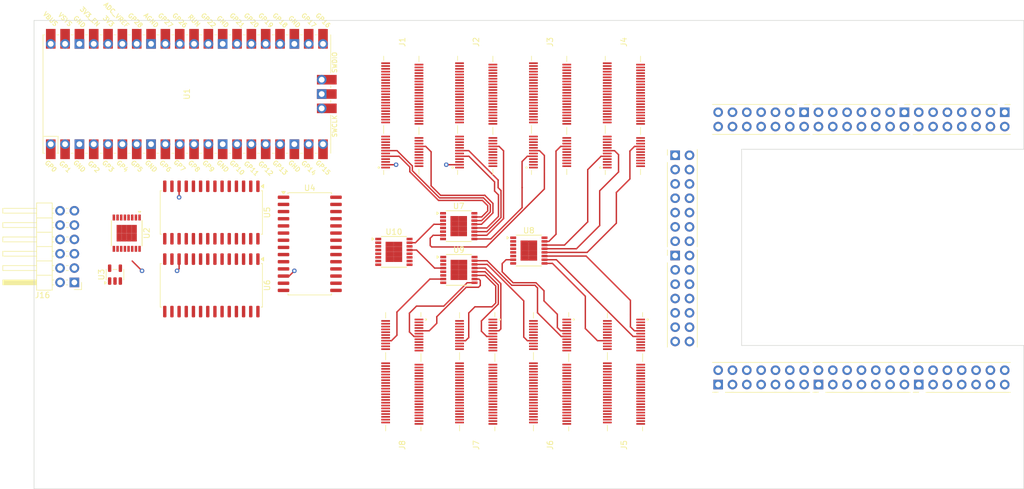
<source format=kicad_pcb>
(kicad_pcb (version 20241229) (generator "pcbnew") (generator_version "9.0")
  (layers (0 "F.Cu" signal) (4 "In1.Cu" signal) (6 "In2.Cu" signal) (8 "In3.Cu" signal) (10 "In4.Cu" signal) (2 "B.Cu" signal) (13 "F.Paste" user) (15 "B.Paste" user) (5 "F.SilkS" user "F.Silkscreen") (7 "B.SilkS" user "B.Silkscreen") (1 "F.Mask" user) (3 "B.Mask" user) (25 "Edge.Cuts" user))
  (net 0 "")
  (net 1 "CS_3V3")
  (net 2 "+3V3")
  (net 3 "SCK_3V3")
  (net 4 "MOSI_3V3")
  (net 5 "MISO_3V3")
  (net 6 "GND")
  (net 7 "RESET")
  (net 8 "MISO")
  (net 9 "MOSI")
  (net 10 "SCLK")
  (net 11 "+5V")
  (net 12 "CS")
  (net 13 "CS0")
  (net 14 "CS1")
  (net 15 "CS2")
  (net 16 "D_EN0")
  (net 17 "DEN")
  (net 18 "CS_32")
  (net 19 "CS_31")
  (net 20 "CS_23")
  (net 21 "CS_22")
  (net 22 "CS_21")
  (net 23 "CS_13")
  (net 24 "CS_12")
  (net 25 "CS_11")
  (net 26 "D_EN1")
  (net 27 "CS_61")
  (net 28 "CS_53")
  (net 29 "CS_52")
  (net 30 "CS_51")
  (net 31 "CS_43")
  (net 32 "CS_42")
  (net 33 "CS_41")
  (net 34 "CS_33")
  (net 35 "D_EN3")
  (net 36 "CS_83")
  (net 37 "CS_82")
  (net 38 "CS_81")
  (net 39 "CS_73")
  (net 40 "CS_72")
  (net 41 "CS_71")
  (net 42 "CS_63")
  (net 43 "CS_62")
  (net 44 "CLRDAC")
  (net 45 "LDAC")
  (net 46 "I_11")
  (net 47 "+12V")
  (net 48 "CS3")
  (net 49 "CS4")
  (net 50 "FAULT_3V3")
  (net 51 "D_EN2")
  (net 52 "/microcyte_connector1/V4")
  (net 53 "+10V")
  (net 54 "Vb_1")
  (net 55 "I_18")
  (net 56 "/microcyte_connector1/I10")
  (net 57 "I_17")
  (net 58 "Ih_1")
  (net 59 "I_16")
  (net 60 "VPDp_1")
  (net 61 "-10V")
  (net 62 "I_13")
  (net 63 "I_15")
  (net 64 "I_12")
  (net 65 "I_14")
  (net 66 "VPDn_1")
  (net 67 "VPDn_2")
  (net 68 "I_28")
  (net 69 "I_22")
  (net 70 "/microcyte_connector2/I10")
  (net 71 "I_26")
  (net 72 "Vb_2")
  (net 73 "I_27")
  (net 74 "/microcyte_connector2/V4")
  (net 75 "I_21")
  (net 76 "Ih_2")
  (net 77 "VPDp_2")
  (net 78 "I_23")
  (net 79 "I_24")
  (net 80 "I_25")
  (net 81 "/microcyte_connector3/I10")
  (net 82 "/microcyte_connector3/V4")
  (net 83 "/microcyte_connector4/V4")
  (net 84 "/microcyte_connector4/I10")
  (net 85 "/microcyte_connector5/V4")
  (net 86 "/microcyte_connector5/I10")
  (net 87 "FAULT_51")
  (net 88 "FAULT_52")
  (net 89 "FAULT_61")
  (net 90 "FAULT_62")
  (net 91 "FAULT_71")
  (net 92 "FAULT_72")
  (net 93 "FAULT_81")
  (net 94 "FAULT_82")
  (net 95 "/microcyte_connector6/V4")
  (net 96 "/microcyte_connector6/I10")
  (net 97 "FAULT_11")
  (net 98 "FAULT_12")
  (net 99 "FAULT_21")
  (net 100 "FAULT_22")
  (net 101 "FAULT_31")
  (net 102 "FAULT_32")
  (net 103 "FAULT_41")
  (net 104 "FAULT_42")
  (net 105 "/microcyte_connector7/I10")
  (net 106 "/microcyte_connector7/V4")
  (net 107 "/microcyte_connector8/I10")
  (net 108 "/microcyte_connector8/V4")
  (net 109 "TEMP1")
  (net 110 "TEMP2")
  (net 111 "TEMP3")
  (net 112 "TEMP4")
  (net 113 "TEMP5")
  (net 114 "TEMP6")
  (net 115 "TEMP7")
  (net 116 "TEMP8")
  (net 117 "RESET_3V3")
  (net 118 "OE_3V3")
  (net 136 "VPDn_3")
  (net 137 "I_32")
  (net 138 "I_36")
  (net 139 "I_33")
  (net 140 "I_37")
  (net 141 "VPDp_3")
  (net 142 "I_34")
  (net 143 "Ih_3")
  (net 144 "I_31")
  (net 145 "Vb_3")
  (net 146 "I_35")
  (net 147 "I_38")
  (net 148 "VPDn_4")
  (net 149 "I_48")
  (net 150 "Vb_4")
  (net 151 "I_42")
  (net 152 "I_44")
  (net 153 "Ih_4")
  (net 154 "I_47")
  (net 155 "I_45")
  (net 156 "VPDp_4")
  (net 157 "I_46")
  (net 158 "I_43")
  (net 159 "I_41")
  (net 160 "I_58")
  (net 161 "I_51")
  (net 162 "I_54")
  (net 163 "VPDp_5")
  (net 164 "I_52")
  (net 165 "I_55")
  (net 166 "I_53")
  (net 167 "Vb_5")
  (net 168 "I_57")
  (net 169 "I_56")
  (net 170 "Ih_5")
  (net 171 "VPDn_5")
  (net 172 "I_62")
  (net 173 "I_61")
  (net 174 "I_67")
  (net 175 "I_63")
  (net 176 "I_68")
  (net 177 "Ih_6")
  (net 178 "I_64")
  (net 179 "I_65")
  (net 180 "Vb_6")
  (net 181 "VPDp_6")
  (net 182 "I_66")
  (net 183 "VPDn_6")
  (net 184 "I_77")
  (net 185 "I_75")
  (net 186 "I_74")
  (net 187 "VPDp_7")
  (net 188 "I_71")
  (net 189 "I_73")
  (net 190 "Ih_7")
  (net 191 "VPDn_7")
  (net 192 "Vb_7")
  (net 193 "I_76")
  (net 194 "I_72")
  (net 195 "I_78")
  (net 196 "I_83")
  (net 197 "I_87")
  (net 198 "I_88")
  (net 199 "I_82")
  (net 200 "I_81")
  (net 201 "I_84")
  (net 202 "I_85")
  (net 203 "Ih_8")
  (net 204 "VPDp_8")
  (net 205 "Vb_8")
  (net 206 "VPDn_8")
  (net 207 "I_86")
  (net 216 "Net-(U1-VBUS)")
  (net 221 "FAULT")
  (net 222 "TEMP_FAULT")
  (net 223 "DAC_FAULT")
  (net 226 "Net-(U4-GPB7)")
  (footprint "MDT350M01001VT:ADAMTECH_M2-J-67-V-SMT-5.30-KE-KT" (layer "F.Cu") (at 146.134999 101.26 -90)
    (property "Reference" "J5")
    (property "Value" "M2-J-67-V-SMT-5.30-KE-KT")
  )
  (footprint "Package_SO:TSSOP-16-1EP_4.4x5mm_P0.65mm" (layer "F.Cu") (at 57.987501 76.705 -90)
    (property "Reference" "U2")
    (property "Value" "TXB0106RGYR")
  )
  (footprint "MDT350M01001VT:ADAMTECH_M2-J-67-V-SMT-5.30-KE-KT" (layer "F.Cu") (at 133.035 55.825001 90)
    (property "Reference" "J3")
    (property "Value" "M2-J-67-V-SMT-5.30-KE-KT")
  )
  (footprint "Package_SO:SOIC-28W_7.5x17.9mm_P1.27mm" (layer "F.Cu") (at 90.43 78.5925)
    (property "Reference" "U4")
    (property "Value" "MCP23S17_SO")
  )
  (footprint "MCU_RaspberryPi_and_Boards:RPi_Pico_SMD_TH" (layer "F.Cu") (at 68.65 52.04 90)
    (property "Reference" "U1")
    (property "Value" "Pico")
  )
  (footprint "MDT350M01001VT:ADAMTECH_M2-J-67-V-SMT-5.30-KE-KT" (layer "F.Cu") (at 106.835001 101.26 -90)
    (property "Reference" "J8")
    (property "Value" "M2-J-67-V-SMT-5.30-KE-KT")
  )
  (footprint "Package_SO:TSSOP-16-1EP_4.4x5mm_P0.65mm" (layer "F.Cu") (at 116.835 75.455)
    (property "Reference" "U7")
    (property "Value" "SN74LVC138ARGYR")
  )
  (footprint "MDT350M01001VT:ADAMTECH_M2-J-67-V-SMT-5.30-KE-KT" (layer "F.Cu") (at 106.835 55.825001 90)
    (property "Reference" "J1")
    (property "Value" "M2-J-67-V-SMT-5.30-KE-KT")
  )
  (footprint "greymatter:8x8_carrier_connector" (layer "F.Cu") (at 188.261404 79.398552 90)
    (property "Reference" "REF**" (hide yes))
    (property "Value" "8x8_carrier_connector")
  )
  (footprint "Package_SO:SOIC-28W_7.5x17.9mm_P1.27mm" (layer "F.Cu") (at 72.985001 73.04 -90)
    (property "Reference" "U5")
    (property "Value" "MCP23S17_SO")
  )
  (footprint "Connector_PinHeader_2.54mm:PinHeader_2x06_P2.54mm_Horizontal" (layer "F.Cu") (at 48.71 85.43 180)
    (property "Reference" "J16")
    (property "Value" "Conn_01x01_Socket")
  )
  (footprint "MDT350M01001VT:ADAMTECH_M2-J-67-V-SMT-5.30-KE-KT" (layer "F.Cu") (at 146.115 55.83 90)
    (property "Reference" "J4")
    (property "Value" "M2-J-67-V-SMT-5.30-KE-KT")
  )
  (footprint "Package_SO:SOIC-28W_7.5x17.9mm_P1.27mm" (layer "F.Cu") (at 72.985 85.95 -90)
    (property "Reference" "U6")
    (property "Value" "MCP23S17_SO")
  )
  (footprint "Package_SO:TSSOP-16-1EP_4.4x5mm_P0.65mm" (layer "F.Cu") (at 105.345 80.017501)
    (property "Reference" "U10")
    (property "Value" "SN74LVC138ARGYR")
  )
  (footprint "MDT350M01001VT:ADAMTECH_M2-J-67-V-SMT-5.30-KE-KT" (layer "F.Cu") (at 133.035 101.26 -90)
    (property "Reference" "J6")
    (property "Value" "M2-J-67-V-SMT-5.30-KE-KT")
  )
  (footprint "Package_SO:TSSOP-16-1EP_4.4x5mm_P0.65mm" (layer "F.Cu") (at 129.265 79.787501)
    (property "Reference" "U8")
    (property "Value" "SN74LVC138ARGYR")
  )
  (footprint "Package_SO:TSSOP-16-1EP_4.4x5mm_P0.65mm" (layer "F.Cu") (at 116.865 83.215)
    (property "Reference" "U9")
    (property "Value" "SN74LVC138ARGYR")
  )
  (footprint "Package_TO_SOT_SMD:SOT-23-5" (layer "F.Cu") (at 55.910001 84.0525 90)
    (property "Reference" "U3")
    (property "Value" "74LVC1G32")
  )
  (footprint "MDT350M01001VT:ADAMTECH_M2-J-67-V-SMT-5.30-KE-KT" (layer "F.Cu") (at 119.935 55.825001 90)
    (property "Reference" "J2")
    (property "Value" "M2-J-67-V-SMT-5.30-KE-KT")
  )
  (footprint "MDT350M01001VT:ADAMTECH_M2-J-67-V-SMT-5.30-KE-KT" (layer "F.Cu") (at 119.935 101.26 -90)
    (property "Reference" "J7")
    (property "Value" "M2-J-67-V-SMT-5.30-KE-KT")
  )
  (gr_line (start 217 39) (end 41.56 39) (stroke (width 0.1)) (layer "Edge.Cuts"))
  (gr_line (start 217 96.61) (end 166.98 96.61) (stroke (width 0.1)) (layer "Edge.Cuts"))
  (gr_line (start 166.98 61.83) (end 217 61.83) (stroke (width 0.1)) (layer "Edge.Cuts"))
  (gr_line (start 41.56 122.03) (end 217 122.03) (stroke (width 0.1)) (layer "Edge.Cuts"))
  (gr_line (start 217 122.03) (end 217 96.61) (stroke (width 0.1)) (layer "Edge.Cuts"))
  (gr_line (start 217 61.83) (end 217 39) (stroke (width 0.1)) (layer "Edge.Cuts"))
  (gr_line (start 41.56 39) (end 41.56 122.03) (stroke (width 0.1)) (layer "Edge.Cuts"))
  (gr_line (start 166.98 96.61) (end 166.98 61.83) (stroke (width 0.1)) (layer "Edge.Cuts"))
  (segment (start 86.7725 84.3075) (end 85.78 84.3075) (width 0.25) (layer "F.Cu") (net 10))
  (segment (start 105.73 64.57) (end 103.885001 64.57) (width 0.254) (layer "F.Cu") (net 10))
  (segment (start 67.27 81.3) (end 67.27 83.02) (width 0.25) (layer "F.Cu") (net 10))
  (segment (start 114.63 64.57) (end 116.974999 64.57) (width 0.254) (layer "F.Cu") (net 10))
  (segment (start 87.7 83.38) (end 86.7725 84.3075) (width 0.25) (layer "F.Cu") (net 10))
  (segment (start 58.962501 81.642501) (end 60.7 83.38) (width 0.25) (layer "F.Cu") (net 10))
  (segment (start 67.27 83.02) (end 66.91 83.38) (width 0.25) (layer "F.Cu") (net 10))
  (segment (start 116.974999 64.57) (end 116.98 64.575001) (width 0.254) (layer "F.Cu") (net 10))
  (segment (start 67.27 70.35) (end 67.270001 68.39) (width 0.25) (layer "F.Cu") (net 10))
  (segment (start 103.885001 64.57) (end 103.88 64.575001) (width 0.254) (layer "F.Cu") (net 10))
  (via (at 67.27 70.35) (size 0.8) (drill 0.4) (layers "F.Cu" "B.Cu") (net 10))
  (via (at 66.91 83.38) (size 0.8) (drill 0.4) (layers "F.Cu" "B.Cu") (net 10))
  (via (at 114.63 64.57) (size 0.8) (drill 0.4) (layers "F.Cu" "B.Cu") (net 10))
  (via (at 87.7 83.38) (size 0.8) (drill 0.4) (layers "F.Cu" "B.Cu") (net 10))
  (via (at 60.7 83.38) (size 0.8) (drill 0.4) (layers "F.Cu" "B.Cu") (net 10))
  (via (at 105.73 64.57) (size 0.8) (drill 0.4) (layers "F.Cu" "B.Cu") (net 10))
  (segment (start 112.43 75.13) (end 114.06 75.13) (width 0.25) (layer "F.Cu") (net 16))
  (segment (start 108.12 78.392501) (end 109.167499 78.392501) (width 0.25) (layer "F.Cu") (net 16))
  (segment (start 109.167499 78.392501) (end 112.43 75.13) (width 0.25) (layer "F.Cu") (net 16))
  (segment (start 112.04 79.15) (end 121.73781 79.15) (width 0.25) (layer "F.Cu") (net 18))
  (segment (start 131.157 62.075001) (end 130.08 62.075001) (width 0.25) (layer "F.Cu") (net 18))
  (segment (start 121.73781 79.15) (end 132.02 68.86781) (width 0.25) (layer "F.Cu") (net 18))
  (segment (start 132.02 62.938001) (end 131.157 62.075001) (width 0.25) (layer "F.Cu") (net 18))
  (segment (start 111.78 77.6) (end 111.78 78.89) (width 0.25) (layer "F.Cu") (net 18))
  (segment (start 112.3 77.08) (end 111.78 77.6) (width 0.25) (layer "F.Cu") (net 18))
  (segment (start 114.06 77.08) (end 112.3 77.08) (width 0.25) (layer "F.Cu") (net 18))
  (segment (start 111.78 78.89) (end 112.04 79.15) (width 0.25) (layer "F.Cu") (net 18))
  (segment (start 132.02 68.86781) (end 132.02 62.938001) (width 0.25) (layer "F.Cu") (net 18))
  (segment (start 128.065 68.625) (end 128.08 68.61) (width 0.25) (layer "F.Cu") (net 19))
  (segment (start 128.065 72.185) (end 128.065 68.625) (width 0.25) (layer "F.Cu") (net 19))
  (segment (start 122.52 77.73) (end 128.065 72.185) (width 0.25) (layer "F.Cu") (net 19))
  (segment (start 128.994999 63.075001) (end 130.08 63.075001) (width 0.25) (layer "F.Cu") (net 19))
  (segment (start 119.61 77.73) (end 122.52 77.73) (width 0.25) (layer "F.Cu") (net 19))
  (segment (start 128.065 68.625) (end 128.065 64.005) (width 0.25) (layer "F.Cu") (net 19))
  (segment (start 128.065 64.005) (end 128.994999 63.075001) (width 0.25) (layer "F.Cu") (net 19))
  (segment (start 124.781 62.111) (end 123.995001 61.325001) (width 0.25) (layer "F.Cu") (net 20))
  (segment (start 124.781 74.11462) (end 124.781 62.111) (width 0.25) (layer "F.Cu") (net 20))
  (segment (start 119.61 77.08) (end 121.81562 77.08) (width 0.25) (layer "F.Cu") (net 20))
  (segment (start 121.81562 77.08) (end 124.781 74.11462) (width 0.25) (layer "F.Cu") (net 20))
  (segment (start 123.995001 61.325001) (end 122.89 61.325001) (width 0.25) (layer "F.Cu") (net 20))
  (segment (start 124.33 73.92781) (end 121.82781 76.43) (width 0.25) (layer "F.Cu") (net 21))
  (segment (start 124.33 69.15) (end 124.33 73.92781) (width 0.25) (layer "F.Cu") (net 21))
  (segment (start 121.82781 76.43) (end 119.61 76.43) (width 0.25) (layer "F.Cu") (net 21))
  (segment (start 116.98 62.075001) (end 118.615001 62.075001) (width 0.25) (layer "F.Cu") (net 21))
  (segment (start 118.615001 62.075001) (end 123.82 67.28) (width 0.25) (layer "F.Cu") (net 21))
  (segment (start 123.82 67.28) (end 123.82 68.64) (width 0.25) (layer "F.Cu") (net 21))
  (segment (start 123.82 68.64) (end 124.33 69.15) (width 0.25) (layer "F.Cu") (net 21))
  (segment (start 123.19 67.62) (end 118.645001 63.075001) (width 0.25) (layer "F.Cu") (net 22))
  (segment (start 119.61 75.78) (end 121.84 75.78) (width 0.25) (layer "F.Cu") (net 22))
  (segment (start 123.19 69.23) (end 123.19 67.62) (width 0.25) (layer "F.Cu") (net 22))
  (segment (start 123.88 73.74) (end 123.88 69.92) (width 0.25) (layer "F.Cu") (net 22))
  (segment (start 123.88 69.92) (end 123.19 69.23) (width 0.25) (layer "F.Cu") (net 22))
  (segment (start 121.84 75.78) (end 123.88 73.74) (width 0.25) (layer "F.Cu") (net 22))
  (segment (start 118.645001 63.075001) (end 116.98 63.075001) (width 0.25) (layer "F.Cu") (net 22))
  (segment (start 122.9 71.43) (end 121.47 70) (width 0.25) (layer "F.Cu") (net 23))
  (segment (start 111.94 62.28) (end 110.985001 61.325001) (width 0.25) (layer "F.Cu") (net 23))
  (segment (start 122.9 73.10562) (end 122.9 71.43) (width 0.25) (layer "F.Cu") (net 23))
  (segment (start 121.47 70) (end 121.41562 70) (width 0.25) (layer "F.Cu") (net 23))
  (segment (start 119.61 75.13) (end 120.87562 75.13) (width 0.25) (layer "F.Cu") (net 23))
  (segment (start 113.629536 69.999) (end 111.94 68.309464) (width 0.25) (layer "F.Cu") (net 23))
  (segment (start 121.41562 70) (end 121.41462 69.999) (width 0.25) (layer "F.Cu") (net 23))
  (segment (start 120.87562 75.13) (end 122.9 73.10562) (width 0.25) (layer "F.Cu") (net 23))
  (segment (start 111.94 68.309464) (end 111.94 62.28) (width 0.25) (layer "F.Cu") (net 23))
  (segment (start 110.985001 61.325001) (end 109.79 61.325001) (width 0.25) (layer "F.Cu") (net 23))
  (segment (start 121.41462 69.999) (end 113.629536 69.999) (width 0.25) (layer "F.Cu") (net 23))
  (segment (start 122.44 72.92781) (end 122.44 71.66219) (width 0.25) (layer "F.Cu") (net 24))
  (segment (start 108.621 64.79319) (end 105.902811 62.075001) (width 0.25) (layer "F.Cu") (net 24))
  (segment (start 121.22781 70.45) (end 113.442726 70.45) (width 0.25) (layer "F.Cu") (net 24))
  (segment (start 119.61 74.48) (end 120.88781 74.48) (width 0.25) (layer "F.Cu") (net 24))
  (segment (start 113.442726 70.45) (end 108.621 65.628274) (width 0.25) (layer "F.Cu") (net 24))
  (segment (start 122.44 71.66219) (end 121.22781 70.45) (width 0.25) (layer "F.Cu") (net 24))
  (segment (start 105.902811 62.075001) (end 103.88 62.075001) (width 0.25) (layer "F.Cu") (net 24))
  (segment (start 108.621 65.628274) (end 108.621 64.79319) (width 0.25) (layer "F.Cu") (net 24))
  (segment (start 120.88781 74.48) (end 122.44 72.92781) (width 0.25) (layer "F.Cu") (net 24))
  (segment (start 121.97 71.83) (end 121.04 70.9) (width 0.25) (layer "F.Cu") (net 25))
  (segment (start 121.04 70.9) (end 113.254916 70.9) (width 0.25) (layer "F.Cu") (net 25))
  (segment (start 108.17 65.815084) (end 108.17 64.98) (width 0.25) (layer "F.Cu") (net 25))
  (segment (start 121.97 72.76) (end 121.97 71.83) (width 0.25) (layer "F.Cu") (net 25))
  (segment (start 106.265001 63.075001) (end 103.88 63.075001) (width 0.25) (layer "F.Cu") (net 25))
  (segment (start 120.9 73.83) (end 121.97 72.76) (width 0.25) (layer "F.Cu") (net 25))
  (segment (start 113.254916 70.9) (end 108.17 65.815084) (width 0.25) (layer "F.Cu") (net 25))
  (segment (start 119.61 73.83) (end 120.9 73.83) (width 0.25) (layer "F.Cu") (net 25))
  (segment (start 108.17 64.98) (end 106.265001 63.075001) (width 0.25) (layer "F.Cu") (net 25))
  (segment (start 126.48 85.49) (end 130.53 85.49) (width 0.25) (layer "F.Cu") (net 27))
  (segment (start 126.49 81.412501) (end 125.227499 81.412501) (width 0.25) (layer "F.Cu") (net 27))
  (segment (start 134.9 94.01) (end 135.99 94.01) (width 0.25) (layer "F.Cu") (net 27))
  (segment (start 124.54 83.55) (end 126.48 85.49) (width 0.25) (layer "F.Cu") (net 27))
  (segment (start 131.95 88.71) (end 134.32 91.08) (width 0.25) (layer "F.Cu") (net 27))
  (segment (start 134.32 91.08) (end 134.32 93.43) (width 0.25) (layer "F.Cu") (net 27))
  (segment (start 134.32 93.43) (end 134.9 94.01) (width 0.25) (layer "F.Cu") (net 27))
  (segment (start 130.53 85.49) (end 131.95 86.91) (width 0.25) (layer "F.Cu") (net 27))
  (segment (start 125.227499 81.412501) (end 124.54 82.1) (width 0.25) (layer "F.Cu") (net 27))
  (segment (start 124.54 82.1) (end 124.54 83.55) (width 0.25) (layer "F.Cu") (net 27))
  (segment (start 131.95 86.91) (end 131.95 88.71) (width 0.25) (layer "F.Cu") (net 27))
  (segment (start 141.43 95.76) (end 143.179999 95.76) (width 0.25) (layer "F.Cu") (net 28))
  (segment (start 139.28 93.61) (end 141.43 95.76) (width 0.25) (layer "F.Cu") (net 28))
  (segment (start 139.28 87.89) (end 139.28 93.61) (width 0.25) (layer "F.Cu") (net 28))
  (segment (start 133.452501 82.062501) (end 139.28 87.89) (width 0.25) (layer "F.Cu") (net 28))
  (segment (start 132.04 82.062501) (end 133.452501 82.062501) (width 0.25) (layer "F.Cu") (net 28))
  (segment (start 134.142501 81.412501) (end 147.74 95.01) (width 0.25) (layer "F.Cu") (net 29))
  (segment (start 147.74 95.01) (end 149.089999 95.01) (width 0.25) (layer "F.Cu") (net 29))
  (segment (start 132.04 81.412501) (end 134.142501 81.412501) (width 0.25) (layer "F.Cu") (net 29))
  (segment (start 139.4195 80.762501) (end 147.27 88.613001) (width 0.25) (layer "F.Cu") (net 30))
  (segment (start 132.04 80.762501) (end 139.4195 80.762501) (width 0.25) (layer "F.Cu") (net 30))
  (segment (start 147.98 94.01) (end 149.089999 94.01) (width 0.25) (layer "F.Cu") (net 30))
  (segment (start 147.27 93.3) (end 147.98 94.01) (width 0.25) (layer "F.Cu") (net 30))
  (segment (start 147.27 88.613001) (end 147.27 93.3) (width 0.25) (layer "F.Cu") (net 30))
  (segment (start 132.04 80.112501) (end 139.597499 80.112501) (width 0.25) (layer "F.Cu") (net 31))
  (segment (start 147.18 67.09) (end 147.18 62.143) (width 0.25) (layer "F.Cu") (net 31))
  (segment (start 144.78 69.49) (end 147.18 67.09) (width 0.25) (layer "F.Cu") (net 31))
  (segment (start 147.993 61.33) (end 149.07 61.33) (width 0.25) (layer "F.Cu") (net 31))
  (segment (start 144.78 74.93) (end 144.78 69.49) (width 0.25) (layer "F.Cu") (net 31))
  (segment (start 147.18 62.143) (end 147.993 61.33) (width 0.25) (layer "F.Cu") (net 31))
  (segment (start 139.597499 80.112501) (end 144.78 74.93) (width 0.25) (layer "F.Cu") (net 31))
  (segment (start 132.04 79.462501) (end 137.707499 79.462501) (width 0.25) (layer "F.Cu") (net 32))
  (segment (start 145.164 65.856) (end 145.164 62.794) (width 0.25) (layer "F.Cu") (net 32))
  (segment (start 141.82 69.2) (end 145.164 65.856) (width 0.25) (layer "F.Cu") (net 32))
  (segment (start 141.82 75.35) (end 141.82 69.2) (width 0.25) (layer "F.Cu") (net 32))
  (segment (start 144.45 62.08) (end 143.16 62.08) (width 0.25) (layer "F.Cu") (net 32))
  (segment (start 137.707499 79.462501) (end 141.82 75.35) (width 0.25) (layer "F.Cu") (net 32))
  (segment (start 145.164 62.794) (end 144.45 62.08) (width 0.25) (layer "F.Cu") (net 32))
  (segment (start 139.7 65.44) (end 142.06 63.08) (width 0.25) (layer "F.Cu") (net 33))
  (segment (start 132.04 78.812501) (end 135.587499 78.812501) (width 0.25) (layer "F.Cu") (net 33))
  (segment (start 142.06 63.08) (end 143.16 63.08) (width 0.25) (layer "F.Cu") (net 33))
  (segment (start 139.7 74.7) (end 139.7 65.44) (width 0.25) (layer "F.Cu") (net 33))
  (segment (start 135.587499 78.812501) (end 139.7 74.7) (width 0.25) (layer "F.Cu") (net 33))
  (segment (start 132.04 78.162501) (end 132.815 78.162501) (width 0.25) (layer "F.Cu") (net 34))
  (segment (start 134.08 62.15) (end 134.904999 61.325001) (width 0.25) (layer "F.Cu") (net 34))
  (segment (start 134.08 76.897501) (end 134.08 62.15) (width 0.25) (layer "F.Cu") (net 34))
  (segment (start 132.815 78.162501) (end 134.08 76.897501) (width 0.25) (layer "F.Cu") (net 34))
  (segment (start 134.904999 61.325001) (end 135.99 61.325001) (width 0.25) (layer "F.Cu") (net 34))
  (segment (start 104.92 95.76) (end 103.880001 95.76) (width 0.25) (layer "F.Cu") (net 36))
  (segment (start 111.72 84.84) (end 105.884001 90.675999) (width 0.25) (layer "F.Cu") (net 36))
  (segment (start 105.884001 94.795999) (end 104.92 95.76) (width 0.25) (layer "F.Cu") (net 36))
  (segment (start 114.09 84.84) (end 111.72 84.84) (width 0.25) (layer "F.Cu") (net 36))
  (segment (start 105.884001 90.675999) (end 105.884001 94.795999) (width 0.25) (layer "F.Cu") (net 36))
  (segment (start 108.1 94.214) (end 108.896 95.01) (width 0.25) (layer "F.Cu") (net 37))
  (segment (start 114.19 89.63) (end 109.35 89.63) (width 0.25) (layer "F.Cu") (net 37))
  (segment (start 108.896 95.01) (end 109.790001 95.01) (width 0.25) (layer "F.Cu") (net 37))
  (segment (start 119.64 85.49) (end 118.33 85.49) (width 0.25) (layer "F.Cu") (net 37))
  (segment (start 109.35 89.63) (end 108.1 90.88) (width 0.25) (layer "F.Cu") (net 37))
  (segment (start 108.1 90.88) (end 108.1 94.214) (width 0.25) (layer "F.Cu") (net 37))
  (segment (start 118.33 85.49) (end 114.19 89.63) (width 0.25) (layer "F.Cu") (net 37))
  (segment (start 120.66 85.97) (end 120.34 86.29) (width 0.25) (layer "F.Cu") (net 38))
  (segment (start 120.66 85.085) (end 120.66 85.97) (width 0.25) (layer "F.Cu") (net 38))
  (segment (start 119.64 84.84) (end 120.415 84.84) (width 0.25) (layer "F.Cu") (net 38))
  (segment (start 112.95 92.67) (end 111.61 94.01) (width 0.25) (layer "F.Cu") (net 38))
  (segment (start 118.16781 86.29) (end 112.95 91.50781) (width 0.25) (layer "F.Cu") (net 38))
  (segment (start 120.415 84.84) (end 120.66 85.085) (width 0.25) (layer "F.Cu") (net 38))
  (segment (start 120.34 86.29) (end 118.16781 86.29) (width 0.25) (layer "F.Cu") (net 38))
  (segment (start 111.61 94.01) (end 109.790001 94.01) (width 0.25) (layer "F.Cu") (net 38))
  (segment (start 112.95 91.50781) (end 112.95 92.67) (width 0.25) (layer "F.Cu") (net 38))
  (segment (start 118.61 95.207) (end 118.61 90.85) (width 0.25) (layer "F.Cu") (net 39))
  (segment (start 122.721095 89.761095) (end 123.398 89.08419) (width 0.25) (layer "F.Cu") (net 39))
  (segment (start 118.61 90.85) (end 119.698905 89.761095) (width 0.25) (layer "F.Cu") (net 39))
  (segment (start 119.698905 89.761095) (end 122.721095 89.761095) (width 0.25) (layer "F.Cu") (net 39))
  (segment (start 118.057 95.76) (end 118.61 95.207) (width 0.25) (layer "F.Cu") (net 39))
  (segment (start 121.51219 84.19) (end 119.64 84.19) (width 0.25) (layer "F.Cu") (net 39))
  (segment (start 123.398 86.07581) (end 121.51219 84.19) (width 0.25) (layer "F.Cu") (net 39))
  (segment (start 123.398 89.08419) (end 123.398 86.07581) (width 0.25) (layer "F.Cu") (net 39))
  (segment (start 116.98 95.76) (end 118.057 95.76) (width 0.25) (layer "F.Cu") (net 39))
  (segment (start 120.86 92.26) (end 120.86 94.08) (width 0.25) (layer "F.Cu") (net 40))
  (segment (start 121.79 95.01) (end 122.89 95.01) (width 0.25) (layer "F.Cu") (net 40))
  (segment (start 120.86 94.08) (end 121.79 95.01) (width 0.25) (layer "F.Cu") (net 40))
  (segment (start 123.849 85.889) (end 123.849 89.271) (width 0.25) (layer "F.Cu") (net 40))
  (segment (start 123.849 89.271) (end 120.86 92.26) (width 0.25) (layer "F.Cu") (net 40))
  (segment (start 119.64 83.54) (end 121.5 83.54) (width 0.25) (layer "F.Cu") (net 40))
  (segment (start 121.5 83.54) (end 123.849 85.889) (width 0.25) (layer "F.Cu") (net 40))
  (segment (start 124.3 85.65) (end 124.3 93.677) (width 0.25) (layer "F.Cu") (net 41))
  (segment (start 123.967 94.01) (end 122.89 94.01) (width 0.25) (layer "F.Cu") (net 41))
  (segment (start 121.54 82.89) (end 124.3 85.65) (width 0.25) (layer "F.Cu") (net 41))
  (segment (start 119.64 82.89) (end 121.54 82.89) (width 0.25) (layer "F.Cu") (net 41))
  (segment (start 124.3 93.677) (end 123.967 94.01) (width 0.25) (layer "F.Cu") (net 41))
  (segment (start 128.36 95.117) (end 129.003 95.76) (width 0.25) (layer "F.Cu") (net 42))
  (segment (start 119.64 82.24) (end 121.89219 82.24) (width 0.25) (layer "F.Cu") (net 42))
  (segment (start 121.89219 82.24) (end 128.36 88.70781) (width 0.25) (layer "F.Cu") (net 42))
  (segment (start 129.003 95.76) (end 130.08 95.76) (width 0.25) (layer "F.Cu") (net 42))
  (segment (start 128.36 88.70781) (end 128.36 95.117) (width 0.25) (layer "F.Cu") (net 42))
  (segment (start 119.64 81.59) (end 121.88 81.59) (width 0.25) (layer "F.Cu") (net 43))
  (segment (start 130.8 86.4) (end 130.8 90.81) (width 0.25) (layer "F.Cu") (net 43))
  (segment (start 121.88 81.59) (end 126.231 85.941) (width 0.25) (layer "F.Cu") (net 43))
  (segment (start 126.231 85.941) (end 130.341 85.941) (width 0.25) (layer "F.Cu") (net 43))
  (segment (start 130.341 85.941) (end 130.8 86.4) (width 0.25) (layer "F.Cu") (net 43))
  (segment (start 130.8 90.81) (end 135 95.01) (width 0.25) (layer "F.Cu") (net 43))
  (segment (start 135 95.01) (end 135.99 95.01) (width 0.25) (layer "F.Cu") (net 43))
  (segment (start 108.12 79.692501) (end 109.362501 79.692501) (width 0.25) (layer "F.Cu") (net 51))
  (segment (start 109.362501 79.692501) (end 112.56 82.89) (width 0.25) (layer "F.Cu") (net 51))
  (segment (start 112.56 82.89) (end 114.09 82.89) (width 0.25) (layer "F.Cu") (net 51))
)
</source>
